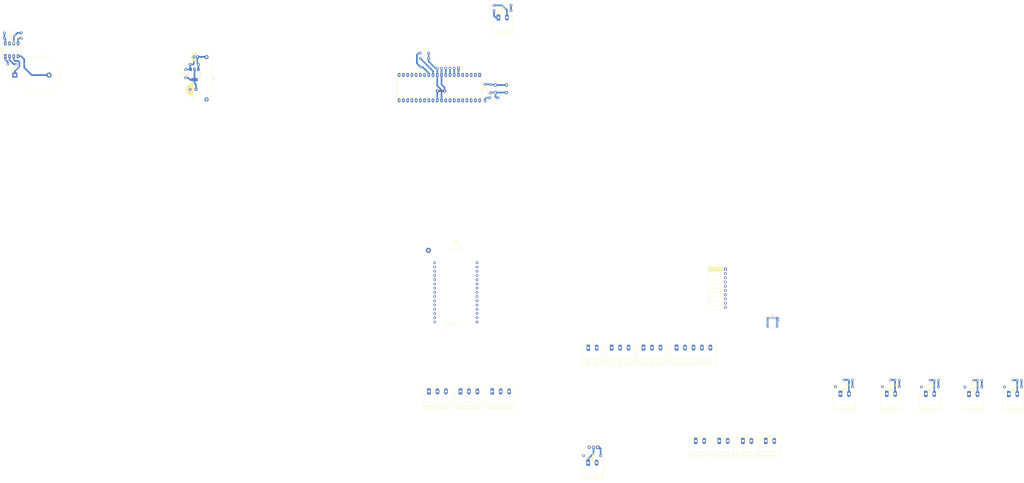
<source format=kicad_pcb>
(kicad_pcb (version 20171130) (host pcbnew "(5.1.6)-1")
  (layers (0 F.Cu signal) (31 B.Cu signal) (34 B.Paste user) (35 F.Paste user) (36 B.SilkS user) (37 F.SilkS user) (38 B.Mask user) (39 F.Mask user) (44 Edge.Cuts user))
  (net 0 "")
  (net 1 /GND)
  (net 2 "Net-(BT1-Pad1)")
  (net 3 "Net-(C3-Pad1)")
  (net 4 "Net-(C5-Pad1)")
  (net 5 "Net-(C6-Pad1)")
  (net 6 /RST)
  (net 7 /5V)
  (net 8 /3.3V)
  (net 9 /TX_LCD)
  (net 10 /RX_LCD)
  (net 11 /RX_BMS)
  (net 12 /TX_BMS)
  (net 13 /u1)
  (net 14 /v1)
  (net 15 /w1)
  (net 16 /w2)
  (net 17 /v2)
  (net 18 /u2)
  (net 19 /SCL)
  (net 20 /SDA)
  (net 21 "Net-(J5-Pad5)")
  (net 22 /ALRT)
  (net 23 /BMS_Current)
  (net 24 "Net-(J5-Pad8)")
  (net 25 "Net-(J5-Pad9)")
  (net 26 "Net-(J5-Pad10)")
  (net 27 /OUT_PUMP)
  (net 28 /12V)
  (net 29 "Net-(J7-Pad1)")
  (net 30 /ESC1_Current)
  (net 31 /ESC2_Current)
  (net 32 /MOSI)
  (net 33 /MISO)
  (net 34 /SCK)
  (net 35 /BOOT)
  (net 36 "Net-(Q1-Pad1)")
  (net 37 "Net-(R1-Pad1)")
  (net 38 "Net-(R2-Pad1)")
  (net 39 "Net-(R5-Pad1)")
  (net 40 "Net-(R6-Pad1)")
  (net 41 "Net-(R7-Pad1)")
  (net 42 /PUMP)
  (net 43 /V_Sensing)
  (net 44 /Bat_Temp)
  (net 45 /M1_Temp)
  (net 46 /ESC1_Temp)
  (net 47 /M2_Temp)
  (net 48 /ESC2_Temp)
  (net 49 /P1)
  (net 50 /P2)
  (net 51 "Net-(U1-Pad5)")
  (net 52 "Net-(U1-Pad7)")
  (net 53 "Net-(U1-Pad8)")
  (net 54 "Net-(U1-Pad9)")
  (net 55 "Net-(U1-Pad10)")
  (net 56 "Net-(U1-Pad11)")
  (net 57 "Net-(U1-Pad12)")
  (net 58 "Net-(U1-Pad13)")
  (net 59 "Net-(U1-Pad17)")
  (net 60 "Net-(U1-Pad18)")
  (net 61 "Net-(U3-Pad32)")
  (net 62 /RX-MCU)
  (net 63 /TX_MCU)
  (net 64 /EN_ESP32)
  (net 65 "Net-(U25-Pad1)")
  (net 66 "Net-(U25-Pad2)")
  (net 67 "Net-(U25-Pad7)")
  (net 68 "Net-(U26-Pad1)")
  (net 69 "Net-(U26-Pad3)")
  (net 70 "Net-(U26-Pad4)")
  (net 71 "Net-(U26-Pad5)")
  (net 72 "Net-(U26-Pad6)")
  (net 73 "Net-(U26-Pad7)")
  (net 74 "Net-(U26-Pad8)")
  (net 75 "Net-(U26-Pad9)")
  (net 76 "Net-(U26-Pad10)")
  (net 77 "Net-(U26-Pad11)")
  (net 78 "Net-(U26-Pad14)")
  (net 79 "Net-(U26-Pad15)")
  (net 80 "Net-(U26-Pad18)")
  (net 81 "Net-(U26-Pad19)")
  (net 82 "Net-(U26-Pad20)")
  (net 83 "Net-(U26-Pad21)")
  (net 84 "Net-(U26-Pad22)")
  (net 85 "Net-(U26-Pad23)")
  (net 86 "Net-(U26-Pad24)")
  (net 87 "Net-(U26-Pad25)")
  (net 88 "Net-(U26-Pad26)")
  (net 89 "Net-(U26-Pad27)")
  (net 90 "Net-(U26-Pad28)")
  (net 91 "Net-(U26-Pad29)")
  (module Resistor_THT:R_Axial_DIN0207_L6.3mm_D2.5mm_P10.16mm_Horizontal (layer F.Cu) (at 582.9046 144.5514 180)
    (fp_text reference R5 (at 5.08 -2.37) (layer F.SilkS))
    (fp_text value 1K)
    (pad 2 thru_hole oval (at 10.16 0 180) (size 1.6 1.6) (drill 0.8) (layers *.Cu *.Mask) (net 1 /GND))
    (pad 1 thru_hole circle (at 0 0 180) (size 1.6 1.6) (drill 0.8) (layers *.Cu *.Mask) (net 39 "Net-(R5-Pad1)"))
  )
  (module Battery:BatteryHolder_Keystone_103_1x20mm (layer F.Cu) (at 52.41798 -42.60342)
    (fp_text reference BT1 (at 0 -4.3) (layer F.SilkS))
    (fp_text value Battery_Cell)
    (fp_text user + (at 2.75 0) (layer F.SilkS) (effects (font (size 1.5 1.5))))
    (pad 2 thru_hole circle (at 20.49 0) (size 3 3) (drill 1.5) (layers *.Cu *.Mask) (net 1 /GND))
    (pad 1 thru_hole rect (at 0 0) (size 3 3) (drill 1.5) (layers *.Cu *.Mask) (net 2 "Net-(BT1-Pad1)"))
  )
  (module Capacitor_THT:C_Disc_D7.0mm_W2.5mm_P5.00mm (layer F.Cu) (at 162.52698 -48.97882 180)
    (fp_text reference C3 (at 2.5 -2.5) (layer F.SilkS))
    (fp_text value 334)
    (pad 2 thru_hole circle (at 5 0 180) (size 1.6 1.6) (drill 0.8) (layers *.Cu *.Mask) (net 1 /GND))
    (pad 1 thru_hole circle (at 0 0 180) (size 1.6 1.6) (drill 0.8) (layers *.Cu *.Mask) (net 3 "Net-(C3-Pad1)"))
  )
  (module Capacitor_THT:CP_Radial_D5.0mm_P2.00mm (layer F.Cu) (at 161.89198 -53.55082 180)
    (fp_text reference C4 (at 1 -3.75) (layer F.SilkS))
    (fp_text value 10UF)
    (pad 1 thru_hole rect (at 0 0 180) (size 1.6 1.6) (drill 0.8) (layers *.Cu *.Mask) (net 3 "Net-(C3-Pad1)"))
    (pad 2 thru_hole circle (at 2 0 180) (size 1.6 1.6) (drill 0.8) (layers *.Cu *.Mask) (net 1 /GND))
  )
  (module Capacitor_THT:C_Disc_D7.0mm_W2.5mm_P5.00mm (layer F.Cu) (at 295.6052 -52.6288)
    (fp_text reference C5 (at 2.5 -2.5) (layer F.SilkS))
    (fp_text value 22P)
    (pad 1 thru_hole circle (at 0 0) (size 1.6 1.6) (drill 0.8) (layers *.Cu *.Mask) (net 4 "Net-(C5-Pad1)"))
    (pad 2 thru_hole circle (at 5 0) (size 1.6 1.6) (drill 0.8) (layers *.Cu *.Mask) (net 1 /GND))
  )
  (module Capacitor_THT:C_Disc_D7.0mm_W2.5mm_P5.00mm (layer F.Cu) (at 295.5798 -55.7784)
    (fp_text reference C6 (at 2.5 -2.5) (layer F.SilkS))
    (fp_text value 22P)
    (pad 1 thru_hole circle (at 0 0) (size 1.6 1.6) (drill 0.8) (layers *.Cu *.Mask) (net 5 "Net-(C6-Pad1)"))
    (pad 2 thru_hole circle (at 5 0) (size 1.6 1.6) (drill 0.8) (layers *.Cu *.Mask) (net 1 /GND))
  )
  (module Capacitor_THT:C_Disc_D7.0mm_W2.5mm_P5.00mm (layer F.Cu) (at 337.54568 -31.88334 90)
    (fp_text reference C7 (at 2.5 -2.5 90) (layer F.SilkS))
    (fp_text value 104)
    (pad 2 thru_hole circle (at 5 0 90) (size 1.6 1.6) (drill 0.8) (layers *.Cu *.Mask) (net 6 /RST))
    (pad 1 thru_hole circle (at 0 0 90) (size 1.6 1.6) (drill 0.8) (layers *.Cu *.Mask) (net 1 /GND))
  )
  (module Capacitor_THT:C_Disc_D7.0mm_W2.5mm_P5.00mm (layer F.Cu) (at 337.29168 -29.02204)
    (fp_text reference C8 (at 2.5 -2.5) (layer F.SilkS))
    (fp_text value 0.1UF)
    (pad 2 thru_hole circle (at 5 0) (size 1.6 1.6) (drill 0.8) (layers *.Cu *.Mask) (net 1 /GND))
    (pad 1 thru_hole circle (at 0 0) (size 1.6 1.6) (drill 0.8) (layers *.Cu *.Mask) (net 7 /5V))
  )
  (module Capacitor_THT:CP_Radial_D8.0mm_P3.50mm (layer F.Cu) (at 161.05378 -33.96742 180)
    (fp_text reference C9 (at 1.75 -5.25) (layer F.SilkS))
    (fp_text value 100UF)
    (pad 1 thru_hole rect (at 0 0 180) (size 1.6 1.6) (drill 0.8) (layers *.Cu *.Mask) (net 8 /3.3V))
    (pad 2 thru_hole circle (at 3.5 0 180) (size 1.6 1.6) (drill 0.8) (layers *.Cu *.Mask) (net 1 /GND))
  )
  (module Capacitor_THT:C_Disc_D7.0mm_W2.5mm_P5.00mm (layer F.Cu) (at 154.85618 -41.00322 90)
    (fp_text reference C10 (at 2.5 -2.5 90) (layer F.SilkS))
    (fp_text value 104)
    (pad 1 thru_hole circle (at 0 0 90) (size 1.6 1.6) (drill 0.8) (layers *.Cu *.Mask) (net 8 /3.3V))
    (pad 2 thru_hole circle (at 5 0 90) (size 1.6 1.6) (drill 0.8) (layers *.Cu *.Mask) (net 1 /GND))
  )
  (module Connector_Phoenix_MSTB:PhoenixContact_MSTBA_2,5_5-G-5,08_1x05_P5.08mm_Horizontal (layer F.Cu) (at 449.2752 121.0056)
    (fp_text reference J1 (at 10.16 -3.2) (layer F.SilkS))
    (fp_text value LCD)
    (pad 1 thru_hole roundrect (at 0 0) (size 2.08 3.6) (drill 1.4) (layers *.Cu *.Mask) (roundrect_rratio 0.120192) (net 7 /5V))
    (pad 2 thru_hole oval (at 5.08 0) (size 2.08 3.6) (drill 1.4) (layers *.Cu *.Mask) (net 9 /TX_LCD))
    (pad 3 thru_hole oval (at 10.16 0) (size 2.08 3.6) (drill 1.4) (layers *.Cu *.Mask) (net 10 /RX_LCD))
    (pad 4 thru_hole oval (at 15.24 0) (size 2.08 3.6) (drill 1.4) (layers *.Cu *.Mask) (net 1 /GND))
    (pad 5 thru_hole oval (at 20.32 0) (size 2.08 3.6) (drill 1.4) (layers *.Cu *.Mask))
  )
  (module Connector_Phoenix_MSTB:PhoenixContact_MSTBA_2,5_2-G-5,08_1x02_P5.08mm_Horizontal (layer F.Cu) (at 396.3162 121.1072)
    (fp_text reference J2 (at 2.54 -3.2) (layer F.SilkS))
    (fp_text value BMS)
    (pad 2 thru_hole oval (at 5.08 0) (size 2.08 3.6) (drill 1.4) (layers *.Cu *.Mask) (net 11 /RX_BMS))
    (pad 1 thru_hole roundrect (at 0 0) (size 2.08 3.6) (drill 1.4) (layers *.Cu *.Mask) (roundrect_rratio 0.120192) (net 12 /TX_BMS))
  )
  (module Connector_Phoenix_MSTB:PhoenixContact_MSTBA_2,5_3-G-5,08_1x03_P5.08mm_Horizontal (layer F.Cu) (at 429.485001 121.014001)
    (fp_text reference J3 (at 5.08 -3.2) (layer F.SilkS))
    (fp_text value ESC1)
    (pad 1 thru_hole roundrect (at 0 0) (size 2.08 3.6) (drill 1.4) (layers *.Cu *.Mask) (roundrect_rratio 0.120192) (net 13 /u1))
    (pad 2 thru_hole oval (at 5.08 0) (size 2.08 3.6) (drill 1.4) (layers *.Cu *.Mask) (net 14 /v1))
    (pad 3 thru_hole oval (at 10.16 0) (size 2.08 3.6) (drill 1.4) (layers *.Cu *.Mask) (net 15 /w1))
  )
  (module Connector_Phoenix_MSTB:PhoenixContact_MSTBA_2,5_3-G-5,08_1x03_P5.08mm_Horizontal (layer F.Cu) (at 410.3624 121.031)
    (fp_text reference J4 (at 5.08 -3.2) (layer F.SilkS))
    (fp_text value ESC2)
    (pad 3 thru_hole oval (at 10.16 0) (size 2.08 3.6) (drill 1.4) (layers *.Cu *.Mask) (net 16 /w2))
    (pad 2 thru_hole oval (at 5.08 0) (size 2.08 3.6) (drill 1.4) (layers *.Cu *.Mask) (net 17 /v2))
    (pad 1 thru_hole roundrect (at 0 0) (size 2.08 3.6) (drill 1.4) (layers *.Cu *.Mask) (roundrect_rratio 0.120192) (net 18 /u2))
  )
  (module Connector_PinSocket_2.54mm:PinSocket_1x10_P2.54mm_Horizontal (layer F.Cu) (at 478.5614 73.9902)
    (fp_text reference J5 (at -4.38 -2.77) (layer F.SilkS))
    (fp_text value ADC_Module)
    (pad 1 thru_hole rect (at 0 0) (size 1.7 1.7) (drill 1) (layers *.Cu *.Mask) (net 7 /5V))
    (pad 2 thru_hole oval (at 0 2.54) (size 1.7 1.7) (drill 1) (layers *.Cu *.Mask) (net 1 /GND))
    (pad 3 thru_hole oval (at 0 5.08) (size 1.7 1.7) (drill 1) (layers *.Cu *.Mask) (net 19 /SCL))
    (pad 4 thru_hole oval (at 0 7.62) (size 1.7 1.7) (drill 1) (layers *.Cu *.Mask) (net 20 /SDA))
    (pad 5 thru_hole oval (at 0 10.16) (size 1.7 1.7) (drill 1) (layers *.Cu *.Mask) (net 21 "Net-(J5-Pad5)"))
    (pad 6 thru_hole oval (at 0 12.7) (size 1.7 1.7) (drill 1) (layers *.Cu *.Mask) (net 22 /ALRT))
    (pad 7 thru_hole oval (at 0 15.24) (size 1.7 1.7) (drill 1) (layers *.Cu *.Mask) (net 23 /BMS_Current))
    (pad 8 thru_hole oval (at 0 17.78) (size 1.7 1.7) (drill 1) (layers *.Cu *.Mask) (net 24 "Net-(J5-Pad8)"))
    (pad 9 thru_hole oval (at 0 20.32) (size 1.7 1.7) (drill 1) (layers *.Cu *.Mask) (net 25 "Net-(J5-Pad9)"))
    (pad 10 thru_hole oval (at 0 22.86) (size 1.7 1.7) (drill 1) (layers *.Cu *.Mask) (net 26 "Net-(J5-Pad10)"))
  )
  (module Connector_Phoenix_MSTB:PhoenixContact_MSTBA_2,5_2-G-5,08_1x02_P5.08mm_Horizontal (layer F.Cu) (at 396.24 190.119)
    (fp_text reference J6 (at 2.54 -3.2) (layer F.SilkS))
    (fp_text value PUMP)
    (pad 1 thru_hole roundrect (at 0 0) (size 2.08 3.6) (drill 1.4) (layers *.Cu *.Mask) (roundrect_rratio 0.120192) (net 27 /OUT_PUMP))
    (pad 2 thru_hole oval (at 5.08 0) (size 2.08 3.6) (drill 1.4) (layers *.Cu *.Mask) (net 28 /12V))
  )
  (module Connector_Phoenix_MSTB:PhoenixContact_MSTBA_2,5_2-G-5,08_1x02_P5.08mm_Horizontal (layer F.Cu) (at 342.45042 -77.14742)
    (fp_text reference J7 (at 2.54 -3.2) (layer F.SilkS))
    (fp_text value Battery)
    (pad 1 thru_hole roundrect (at 0 0) (size 2.08 3.6) (drill 1.4) (layers *.Cu *.Mask) (roundrect_rratio 0.120192) (net 29 "Net-(J7-Pad1)"))
    (pad 2 thru_hole oval (at 5.08 0) (size 2.08 3.6) (drill 1.4) (layers *.Cu *.Mask) (net 1 /GND))
  )
  (module Connector_Phoenix_MSTB:PhoenixContact_MSTBA_2,5_3-G-5,08_1x03_P5.08mm_Horizontal (layer F.Cu) (at 300.8122 147.32)
    (fp_text reference J8 (at 5.08 -3.2) (layer F.SilkS))
    (fp_text value Current_BMS)
    (pad 1 thru_hole roundrect (at 0 0) (size 2.08 3.6) (drill 1.4) (layers *.Cu *.Mask) (roundrect_rratio 0.120192) (net 7 /5V))
    (pad 2 thru_hole oval (at 5.08 0) (size 2.08 3.6) (drill 1.4) (layers *.Cu *.Mask) (net 23 /BMS_Current))
    (pad 3 thru_hole oval (at 10.16 0) (size 2.08 3.6) (drill 1.4) (layers *.Cu *.Mask) (net 1 /GND))
  )
  (module Connector_Phoenix_MSTB:PhoenixContact_MSTBA_2,5_3-G-5,08_1x03_P5.08mm_Horizontal (layer F.Cu) (at 319.6844 147.32)
    (fp_text reference J9 (at 5.08 -3.2) (layer F.SilkS))
    (fp_text value Current_ESC1)
    (pad 3 thru_hole oval (at 10.16 0) (size 2.08 3.6) (drill 1.4) (layers *.Cu *.Mask) (net 1 /GND))
    (pad 2 thru_hole oval (at 5.08 0) (size 2.08 3.6) (drill 1.4) (layers *.Cu *.Mask) (net 30 /ESC1_Current))
    (pad 1 thru_hole roundrect (at 0 0) (size 2.08 3.6) (drill 1.4) (layers *.Cu *.Mask) (roundrect_rratio 0.120192) (net 7 /5V))
  )
  (module Connector_Phoenix_MSTB:PhoenixContact_MSTBA_2,5_3-G-5,08_1x03_P5.08mm_Horizontal (layer F.Cu) (at 338.7344 147.32)
    (fp_text reference J10 (at 5.08 -3.2) (layer F.SilkS))
    (fp_text value Current_ESC2)
    (pad 1 thru_hole roundrect (at 0 0) (size 2.08 3.6) (drill 1.4) (layers *.Cu *.Mask) (roundrect_rratio 0.120192) (net 7 /5V))
    (pad 2 thru_hole oval (at 5.08 0) (size 2.08 3.6) (drill 1.4) (layers *.Cu *.Mask) (net 31 /ESC2_Current))
    (pad 3 thru_hole oval (at 10.16 0) (size 2.08 3.6) (drill 1.4) (layers *.Cu *.Mask) (net 1 /GND))
  )
  (module Connector_PinHeader_2.54mm:PinHeader_1x06_P2.54mm_Vertical (layer F.Cu) (at 318.516 -46.7106 270)
    (fp_text reference J40 (at 0 -2.33 90) (layer F.SilkS))
    (fp_text value "SPI(ISP)")
    (pad 1 thru_hole rect (at 0 0 270) (size 1.7 1.7) (drill 1) (layers *.Cu *.Mask) (net 32 /MOSI))
    (pad 2 thru_hole oval (at 0 2.54 270) (size 1.7 1.7) (drill 1) (layers *.Cu *.Mask) (net 33 /MISO))
    (pad 3 thru_hole oval (at 0 5.08 270) (size 1.7 1.7) (drill 1) (layers *.Cu *.Mask) (net 34 /SCK))
    (pad 4 thru_hole oval (at 0 7.62 270) (size 1.7 1.7) (drill 1) (layers *.Cu *.Mask) (net 6 /RST))
    (pad 5 thru_hole oval (at 0 10.16 270) (size 1.7 1.7) (drill 1) (layers *.Cu *.Mask) (net 7 /5V))
    (pad 6 thru_hole oval (at 0 12.7 270) (size 1.7 1.7) (drill 1) (layers *.Cu *.Mask) (net 1 /GND))
  )
  (module TestPoint:TestPoint_Loop_D2.54mm_Drill1.5mm_Beaded (layer F.Cu) (at 300.482 62.611)
    (fp_text reference J49 (at 0.7 2.5) (layer F.SilkS))
    (fp_text value BOOT_Pad)
    (pad 1 thru_hole circle (at 0 0) (size 3 3) (drill 1.5) (layers *.Cu *.Mask) (net 35 /BOOT))
  )
  (module Package_TO_SOT_THT:TO-220-3_Vertical (layer F.Cu) (at 402.0312 180.9242 180)
    (fp_text reference Q1 (at 2.54 -4.27) (layer F.SilkS))
    (fp_text value TIP41)
    (pad 1 thru_hole rect (at 0 0 180) (size 1.905 2) (drill 1.1) (layers *.Cu *.Mask) (net 36 "Net-(Q1-Pad1)"))
    (pad 2 thru_hole oval (at 2.54 0 180) (size 1.905 2) (drill 1.1) (layers *.Cu *.Mask) (net 27 /OUT_PUMP))
    (pad 3 thru_hole oval (at 5.08 0 180) (size 1.905 2) (drill 1.1) (layers *.Cu *.Mask) (net 1 /GND))
  )
  (module Resistor_THT:R_Axial_DIN0207_L6.3mm_D2.5mm_P10.16mm_Horizontal (layer F.Cu) (at 554.7868 144.526 180)
    (fp_text reference R1 (at 5.08 -2.37) (layer F.SilkS))
    (fp_text value 1K)
    (pad 2 thru_hole oval (at 10.16 0 180) (size 1.6 1.6) (drill 0.8) (layers *.Cu *.Mask) (net 1 /GND))
    (pad 1 thru_hole circle (at 0 0 180) (size 1.6 1.6) (drill 0.8) (layers *.Cu *.Mask) (net 37 "Net-(R1-Pad1)"))
  )
  (module Resistor_THT:R_Axial_DIN0207_L6.3mm_D2.5mm_P10.16mm_Horizontal (layer F.Cu) (at 632.3838 144.7546 180)
    (fp_text reference R2 (at 5.08 -2.37) (layer F.SilkS))
    (fp_text value 1K)
    (pad 1 thru_hole circle (at 0 0 180) (size 1.6 1.6) (drill 0.8) (layers *.Cu *.Mask) (net 38 "Net-(R2-Pad1)"))
    (pad 2 thru_hole oval (at 10.16 0 180) (size 1.6 1.6) (drill 0.8) (layers *.Cu *.Mask) (net 1 /GND))
  )
  (module Resistor_THT:R_Axial_Power_L20.0mm_W6.4mm_P25.40mm (layer F.Cu) (at 167.40378 -53.34762 270)
    (fp_text reference R3 (at 12.7 -4.32 90) (layer F.SilkS))
    (fp_text value 10/3W)
    (pad 1 thru_hole circle (at 0 0 270) (size 2.4 2.4) (drill 1.2) (layers *.Cu *.Mask) (net 3 "Net-(C3-Pad1)"))
    (pad 2 thru_hole oval (at 25.4 0 270) (size 2.4 2.4) (drill 1.2) (layers *.Cu *.Mask) (net 28 /12V))
  )
  (module Resistor_THT:R_Axial_DIN0207_L6.3mm_D2.5mm_P10.16mm_Horizontal (layer F.Cu) (at 334.4164 -37.084 270)
    (fp_text reference R4 (at 5.08 -2.37 90) (layer F.SilkS))
    (fp_text value 10K)
    (pad 2 thru_hole oval (at 10.16 0 270) (size 1.6 1.6) (drill 0.8) (layers *.Cu *.Mask) (net 7 /5V))
    (pad 1 thru_hole circle (at 0 0 270) (size 1.6 1.6) (drill 0.8) (layers *.Cu *.Mask) (net 6 /RST))
  )
  (module Resistor_THT:R_Axial_DIN0207_L6.3mm_D2.5mm_P10.16mm_Horizontal (layer F.Cu) (at 656.1582 144.6784 180)
    (fp_text reference R6 (at 5.08 -2.37) (layer F.SilkS))
    (fp_text value 1K)
    (pad 1 thru_hole circle (at 0 0 180) (size 1.6 1.6) (drill 0.8) (layers *.Cu *.Mask) (net 40 "Net-(R6-Pad1)"))
    (pad 2 thru_hole oval (at 10.16 0 180) (size 1.6 1.6) (drill 0.8) (layers *.Cu *.Mask) (net 1 /GND))
  )
  (module Resistor_THT:R_Axial_DIN0207_L6.3mm_D2.5mm_P10.16mm_Horizontal (layer F.Cu) (at 606.3234 144.6276 180)
    (fp_text reference R7 (at 5.08 -2.37) (layer F.SilkS))
    (fp_text value 1K)
    (pad 2 thru_hole oval (at 10.16 0 180) (size 1.6 1.6) (drill 0.8) (layers *.Cu *.Mask) (net 1 /GND))
    (pad 1 thru_hole circle (at 0 0 180) (size 1.6 1.6) (drill 0.8) (layers *.Cu *.Mask) (net 41 "Net-(R7-Pad1)"))
  )
  (module Resistor_THT:R_Axial_DIN0207_L6.3mm_D2.5mm_P10.16mm_Horizontal (layer F.Cu) (at 403.733 185.9788 180)
    (fp_text reference R8 (at 5.08 -2.37) (layer F.SilkS))
    (fp_text value 1K)
    (pad 1 thru_hole circle (at 0 0 180) (size 1.6 1.6) (drill 0.8) (layers *.Cu *.Mask) (net 36 "Net-(Q1-Pad1)"))
    (pad 2 thru_hole oval (at 10.16 0 180) (size 1.6 1.6) (drill 0.8) (layers *.Cu *.Mask) (net 42 /PUMP))
  )
  (module Resistor_THT:R_Axial_DIN0207_L6.3mm_D2.5mm_P10.16mm_Horizontal (layer F.Cu) (at 339.83422 -81.31302)
    (fp_text reference R9 (at 5.08 -2.37) (layer F.SilkS))
    (fp_text value 19K)
    (pad 1 thru_hole circle (at 0 0) (size 1.6 1.6) (drill 0.8) (layers *.Cu *.Mask) (net 29 "Net-(J7-Pad1)"))
    (pad 2 thru_hole oval (at 10.16 0) (size 1.6 1.6) (drill 0.8) (layers *.Cu *.Mask) (net 43 /V_Sensing))
  )
  (module Resistor_THT:R_Axial_DIN0207_L6.3mm_D2.5mm_P10.16mm_Horizontal (layer F.Cu) (at 349.99422 -84.46262 180)
    (fp_text reference R10 (at 5.08 -2.37) (layer F.SilkS))
    (fp_text value 1K)
    (pad 1 thru_hole circle (at 0 0 180) (size 1.6 1.6) (drill 0.8) (layers *.Cu *.Mask) (net 43 /V_Sensing))
    (pad 2 thru_hole oval (at 10.16 0 180) (size 1.6 1.6) (drill 0.8) (layers *.Cu *.Mask) (net 1 /GND))
  )
  (module Resistor_THT:R_Axial_DIN0207_L6.3mm_D2.5mm_P10.16mm_Horizontal (layer F.Cu) (at 56.32958 -67.90182 180)
    (fp_text reference R57 (at 5.08 -2.37) (layer F.SilkS))
    (fp_text value 10K)
    (pad 2 thru_hole oval (at 10.16 0 180) (size 1.6 1.6) (drill 0.8) (layers *.Cu *.Mask) (net 7 /5V))
    (pad 1 thru_hole circle (at 0 0 180) (size 1.6 1.6) (drill 0.8) (layers *.Cu *.Mask) (net 19 /SCL))
  )
  (module Resistor_THT:R_Axial_DIN0207_L6.3mm_D2.5mm_P10.16mm_Horizontal (layer F.Cu) (at 56.32958 -64.72682 180)
    (fp_text reference R58 (at 5.08 -2.37) (layer F.SilkS))
    (fp_text value 10K)
    (pad 1 thru_hole circle (at 0 0 180) (size 1.6 1.6) (drill 0.8) (layers *.Cu *.Mask) (net 20 /SDA))
    (pad 2 thru_hole oval (at 10.16 0 180) (size 1.6 1.6) (drill 0.8) (layers *.Cu *.Mask) (net 7 /5V))
  )
  (module Potentiometer_THT:Potentiometer_Bourns_3266Y_Vertical (layer F.Cu) (at 549.656 140.3604 180)
    (fp_text reference RV1 (at -2.54 -3.41) (layer F.SilkS))
    (fp_text value Battery_POT)
    (pad 1 thru_hole circle (at 0 0 180) (size 1.44 1.44) (drill 0.8) (layers *.Cu *.Mask) (net 44 /Bat_Temp))
    (pad 2 thru_hole circle (at -2.54 0 180) (size 1.44 1.44) (drill 0.8) (layers *.Cu *.Mask) (net 44 /Bat_Temp))
    (pad 3 thru_hole circle (at -5.08 0 180) (size 1.44 1.44) (drill 0.8) (layers *.Cu *.Mask) (net 37 "Net-(R1-Pad1)"))
  )
  (module Potentiometer_THT:Potentiometer_Bourns_3266Y_Vertical (layer F.Cu) (at 627.3038 140.589 180)
    (fp_text reference RV2 (at -2.54 -3.41) (layer F.SilkS))
    (fp_text value M1_POT)
    (pad 1 thru_hole circle (at 0 0 180) (size 1.44 1.44) (drill 0.8) (layers *.Cu *.Mask) (net 45 /M1_Temp))
    (pad 2 thru_hole circle (at -2.54 0 180) (size 1.44 1.44) (drill 0.8) (layers *.Cu *.Mask) (net 45 /M1_Temp))
    (pad 3 thru_hole circle (at -5.08 0 180) (size 1.44 1.44) (drill 0.8) (layers *.Cu *.Mask) (net 38 "Net-(R2-Pad1)"))
  )
  (module Potentiometer_THT:Potentiometer_Bourns_3266Y_Vertical (layer F.Cu) (at 577.7738 140.4366 180)
    (fp_text reference RV3 (at -2.54 -3.41) (layer F.SilkS))
    (fp_text value ESC1_POT)
    (pad 1 thru_hole circle (at 0 0 180) (size 1.44 1.44) (drill 0.8) (layers *.Cu *.Mask) (net 46 /ESC1_Temp))
    (pad 2 thru_hole circle (at -2.54 0 180) (size 1.44 1.44) (drill 0.8) (layers *.Cu *.Mask) (net 46 /ESC1_Temp))
    (pad 3 thru_hole circle (at -5.08 0 180) (size 1.44 1.44) (drill 0.8) (layers *.Cu *.Mask) (net 39 "Net-(R5-Pad1)"))
  )
  (module Potentiometer_THT:Potentiometer_Bourns_3266Y_Vertical (layer F.Cu) (at 651.0528 140.5636 180)
    (fp_text reference RV4 (at -2.54 -3.41) (layer F.SilkS))
    (fp_text value M2_POT)
    (pad 3 thru_hole circle (at -5.08 0 180) (size 1.44 1.44) (drill 0.8) (layers *.Cu *.Mask) (net 40 "Net-(R6-Pad1)"))
    (pad 2 thru_hole circle (at -2.54 0 180) (size 1.44 1.44) (drill 0.8) (layers *.Cu *.Mask) (net 47 /M2_Temp))
    (pad 1 thru_hole circle (at 0 0 180) (size 1.44 1.44) (drill 0.8) (layers *.Cu *.Mask) (net 47 /M2_Temp))
  )
  (module Potentiometer_THT:Potentiometer_Bourns_3266Y_Vertical (layer F.Cu) (at 601.2434 140.5382 180)
    (fp_text reference RV5 (at -2.54 -3.41) (layer F.SilkS))
    (fp_text value ESC2_POT)
    (pad 3 thru_hole circle (at -5.08 0 180) (size 1.44 1.44) (drill 0.8) (layers *.Cu *.Mask) (net 41 "Net-(R7-Pad1)"))
    (pad 2 thru_hole circle (at -2.54 0 180) (size 1.44 1.44) (drill 0.8) (layers *.Cu *.Mask) (net 48 /ESC2_Temp))
    (pad 1 thru_hole circle (at 0 0 180) (size 1.44 1.44) (drill 0.8) (layers *.Cu *.Mask) (net 48 /ESC2_Temp))
  )
  (module Button_Switch_THT:SW_PUSH_6mm_H7.3mm (layer F.Cu) (at 347.22322 -32.12934 180)
    (fp_text reference SW1 (at 3.25 -2) (layer F.SilkS))
    (fp_text value SW_Push)
    (pad 2 thru_hole circle (at 0 4.5 270) (size 2 2) (drill 1.1) (layers *.Cu *.Mask) (net 6 /RST))
    (pad 1 thru_hole circle (at 0 0 270) (size 2 2) (drill 1.1) (layers *.Cu *.Mask) (net 1 /GND))
    (pad 2 thru_hole circle (at 6.5 4.5 270) (size 2 2) (drill 1.1) (layers *.Cu *.Mask) (net 6 /RST))
    (pad 1 thru_hole circle (at 6.5 0 270) (size 2 2) (drill 1.1) (layers *.Cu *.Mask) (net 1 /GND))
  )
  (module Connector_Phoenix_MSTB:PhoenixContact_MSTBA_2,5_2-G-5,08_1x02_P5.08mm_Horizontal (layer F.Cu) (at 460.7814 177.0126)
    (fp_text reference SW2 (at 2.54 -3.2) (layer F.SilkS))
    (fp_text value P1)
    (pad 1 thru_hole roundrect (at 0 0) (size 2.08 3.6) (drill 1.4) (layers *.Cu *.Mask) (roundrect_rratio 0.120192) (net 49 /P1))
    (pad 2 thru_hole oval (at 5.08 0) (size 2.08 3.6) (drill 1.4) (layers *.Cu *.Mask) (net 1 /GND))
  )
  (module Connector_Phoenix_MSTB:PhoenixContact_MSTBA_2,5_2-G-5,08_1x02_P5.08mm_Horizontal (layer F.Cu) (at 489.077 177.038)
    (fp_text reference SW3 (at 2.54 -3.2) (layer F.SilkS))
    (fp_text value P3)
    (pad 2 thru_hole oval (at 5.08 0) (size 2.08 3.6) (drill 1.4) (layers *.Cu *.Mask) (net 1 /GND))
    (pad 1 thru_hole roundrect (at 0 0) (size 2.08 3.6) (drill 1.4) (layers *.Cu *.Mask) (roundrect_rratio 0.120192) (net 32 /MOSI))
  )
  (module Connector_Phoenix_MSTB:PhoenixContact_MSTBA_2,5_2-G-5,08_1x02_P5.08mm_Horizontal (layer F.Cu) (at 474.8784 177.038)
    (fp_text reference SW4 (at 2.54 -3.2) (layer F.SilkS))
    (fp_text value P2)
    (pad 1 thru_hole roundrect (at 0 0) (size 2.08 3.6) (drill 1.4) (layers *.Cu *.Mask) (roundrect_rratio 0.120192) (net 50 /P2))
    (pad 2 thru_hole oval (at 5.08 0) (size 2.08 3.6) (drill 1.4) (layers *.Cu *.Mask) (net 1 /GND))
  )
  (module Connector_Phoenix_MSTB:PhoenixContact_MSTBA_2,5_2-G-5,08_1x02_P5.08mm_Horizontal (layer F.Cu) (at 502.8184 177.038)
    (fp_text reference SW5 (at 2.54 -3.2) (layer F.SilkS))
    (fp_text value P4)
    (pad 2 thru_hole oval (at 5.08 0) (size 2.08 3.6) (drill 1.4) (layers *.Cu *.Mask) (net 1 /GND))
    (pad 1 thru_hole roundrect (at 0 0) (size 2.08 3.6) (drill 1.4) (layers *.Cu *.Mask) (roundrect_rratio 0.120192) (net 33 /MISO))
  )
  (module Connector_Phoenix_MSTB:PhoenixContact_MSTBA_2,5_2-G-5,08_1x02_P5.08mm_Horizontal (layer F.Cu) (at 547.5732 148.7678)
    (fp_text reference TH1 (at 2.54 -3.2) (layer F.SilkS))
    (fp_text value Thermistor_Battery)
    (pad 2 thru_hole oval (at 5.08 0) (size 2.08 3.6) (drill 1.4) (layers *.Cu *.Mask) (net 44 /Bat_Temp))
    (pad 1 thru_hole roundrect (at 0 0) (size 2.08 3.6) (drill 1.4) (layers *.Cu *.Mask) (roundrect_rratio 0.120192) (net 7 /5V))
  )
  (module Connector_Phoenix_MSTB:PhoenixContact_MSTBA_2,5_2-G-5,08_1x02_P5.08mm_Horizontal (layer F.Cu) (at 624.713 148.8948)
    (fp_text reference TH2 (at 2.54 -3.2) (layer F.SilkS))
    (fp_text value Thermistor_M1)
    (pad 1 thru_hole roundrect (at 0 0) (size 2.08 3.6) (drill 1.4) (layers *.Cu *.Mask) (roundrect_rratio 0.120192) (net 7 /5V))
    (pad 2 thru_hole oval (at 5.08 0) (size 2.08 3.6) (drill 1.4) (layers *.Cu *.Mask) (net 45 /M1_Temp))
  )
  (module Connector_Phoenix_MSTB:PhoenixContact_MSTBA_2,5_2-G-5,08_1x02_P5.08mm_Horizontal (layer F.Cu) (at 575.3608 148.7424)
    (fp_text reference TH3 (at 2.54 -3.2) (layer F.SilkS))
    (fp_text value Thermistor_ESC1)
    (pad 1 thru_hole roundrect (at 0 0) (size 2.08 3.6) (drill 1.4) (layers *.Cu *.Mask) (roundrect_rratio 0.120192) (net 7 /5V))
    (pad 2 thru_hole oval (at 5.08 0) (size 2.08 3.6) (drill 1.4) (layers *.Cu *.Mask) (net 46 /ESC1_Temp))
  )
  (module Connector_Phoenix_MSTB:PhoenixContact_MSTBA_2,5_2-G-5,08_1x02_P5.08mm_Horizontal (layer F.Cu) (at 648.5382 148.844)
    (fp_text reference TH4 (at 2.54 -3.2) (layer F.SilkS))
    (fp_text value Thermistor_M2)
    (pad 2 thru_hole oval (at 5.08 0) (size 2.08 3.6) (drill 1.4) (layers *.Cu *.Mask) (net 47 /M2_Temp))
    (pad 1 thru_hole roundrect (at 0 0) (size 2.08 3.6) (drill 1.4) (layers *.Cu *.Mask) (roundrect_rratio 0.120192) (net 7 /5V))
  )
  (module Connector_Phoenix_MSTB:PhoenixContact_MSTBA_2,5_2-G-5,08_1x02_P5.08mm_Horizontal (layer F.Cu) (at 598.7796 148.7678)
    (fp_text reference TH5 (at 2.54 -3.2) (layer F.SilkS))
    (fp_text value Thermistor_ESC2)
    (pad 2 thru_hole oval (at 5.08 0) (size 2.08 3.6) (drill 1.4) (layers *.Cu *.Mask) (net 48 /ESC2_Temp))
    (pad 1 thru_hole roundrect (at 0 0) (size 2.08 3.6) (drill 1.4) (layers *.Cu *.Mask) (roundrect_rratio 0.120192) (net 7 /5V))
  )
  (module Package_SO:TSSOP-20_4.4x6.5mm_P0.65mm (layer B.Cu) (at 506.73 105.918 180)
    (fp_text reference U1 (at 0 4.2) (layer B.SilkS) (effects (justify mirror)))
    (fp_text value ADC_MCP3461R)
    (pad 1 smd roundrect (at -2.8625 2.925 180) (size 1.475 0.4) (layers B.Cu B.Paste B.Mask) (net 8 /3.3V))
    (pad 2 smd roundrect (at -2.8625 2.275 180) (size 1.475 0.4) (layers B.Cu B.Paste B.Mask) (net 1 /GND))
    (pad 3 smd roundrect (at -2.8625 1.625 180) (size 1.475 0.4) (layers B.Cu B.Paste B.Mask) (net 1 /GND))
    (pad 4 smd roundrect (at -2.8625 0.975 180) (size 1.475 0.4) (layers B.Cu B.Paste B.Mask) (net 8 /3.3V))
    (pad 5 smd roundrect (at -2.8625 0.325 180) (size 1.475 0.4) (layers B.Cu B.Paste B.Mask) (net 51 "Net-(U1-Pad5)"))
    (pad 6 smd roundrect (at -2.8625 -0.325 180) (size 1.475 0.4) (layers B.Cu B.Paste B.Mask) (net 23 /BMS_Current))
    (pad 7 smd roundrect (at -2.8625 -0.975 180) (size 1.475 0.4) (layers B.Cu B.Paste B.Mask) (net 52 "Net-(U1-Pad7)"))
    (pad 8 smd roundrect (at -2.8625 -1.625 180) (size 1.475 0.4) (layers B.Cu B.Paste B.Mask) (net 53 "Net-(U1-Pad8)"))
    (pad 9 smd roundrect (at -2.8625 -2.275 180) (size 1.475 0.4) (layers B.Cu B.Paste B.Mask) (net 54 "Net-(U1-Pad9)"))
    (pad 10 smd roundrect (at -2.8625 -2.925 180) (size 1.475 0.4) (layers B.Cu B.Paste B.Mask) (net 55 "Net-(U1-Pad10)"))
    (pad 11 smd roundrect (at 2.8625 -2.925 180) (size 1.475 0.4) (layers B.Cu B.Paste B.Mask) (net 56 "Net-(U1-Pad11)"))
    (pad 12 smd roundrect (at 2.8625 -2.275 180) (size 1.475 0.4) (layers B.Cu B.Paste B.Mask) (net 57 "Net-(U1-Pad12)"))
    (pad 13 smd roundrect (at 2.8625 -1.625 180) (size 1.475 0.4) (layers B.Cu B.Paste B.Mask) (net 58 "Net-(U1-Pad13)"))
    (pad 14 smd roundrect (at 2.8625 -0.975 180) (size 1.475 0.4) (layers B.Cu B.Paste B.Mask) (net 34 /SCK))
    (pad 15 smd roundrect (at 2.8625 -0.325 180) (size 1.475 0.4) (layers B.Cu B.Paste B.Mask) (net 33 /MISO))
    (pad 16 smd roundrect (at 2.8625 0.325 180) (size 1.475 0.4) (layers B.Cu B.Paste B.Mask) (net 32 /MOSI))
    (pad 17 smd roundrect (at 2.8625 0.975 180) (size 1.475 0.4) (layers B.Cu B.Paste B.Mask) (net 59 "Net-(U1-Pad17)"))
    (pad 18 smd roundrect (at 2.8625 1.625 180) (size 1.475 0.4) (layers B.Cu B.Paste B.Mask) (net 60 "Net-(U1-Pad18)"))
    (pad 19 smd roundrect (at 2.8625 2.275 180) (size 1.475 0.4) (layers B.Cu B.Paste B.Mask) (net 1 /GND))
    (pad 20 smd roundrect (at 2.8625 2.925 180) (size 1.475 0.4) (layers B.Cu B.Paste B.Mask) (net 8 /3.3V))
  )
  (module Package_TO_SOT_SMD:SOT-223-3_TabPin2 (layer B.Cu) (at 160.19018 -42.95902 270)
    (fp_text reference U2 (at 0.5334 4.6736 90) (layer B.SilkS) (effects (justify mirror)))
    (fp_text value AMS1117-3.3)
    (pad 2 smd rect (at 3.15 0 270) (size 2 3.8) (layers B.Cu B.Paste B.Mask) (net 8 /3.3V))
    (pad 2 smd rect (at -3.15 0 270) (size 2 1.5) (layers B.Cu B.Paste B.Mask) (net 8 /3.3V))
    (pad 3 smd rect (at -3.15 -2.3 270) (size 2 1.5) (layers B.Cu B.Paste B.Mask) (net 3 "Net-(C3-Pad1)"))
    (pad 1 smd rect (at -3.15 2.3 270) (size 2 1.5) (layers B.Cu B.Paste B.Mask) (net 1 /GND))
  )
  (module Package_DIP:DIP-40_W15.24mm_Socket_LongPads (layer F.Cu) (at 331.1906 -42.672 270)
    (fp_text reference U3 (at 7.62 -2.33 90) (layer F.SilkS))
    (fp_text value ATmega32-16PU)
    (pad 1 thru_hole rect (at 0 0 270) (size 2.4 1.6) (drill 0.8) (layers *.Cu *.Mask) (net 42 /PUMP))
    (pad 21 thru_hole oval (at 15.24 48.26 270) (size 2.4 1.6) (drill 0.8) (layers *.Cu *.Mask) (net 22 /ALRT))
    (pad 2 thru_hole oval (at 0 2.54 270) (size 2.4 1.6) (drill 0.8) (layers *.Cu *.Mask) (net 10 /RX_LCD))
    (pad 22 thru_hole oval (at 15.24 45.72 270) (size 2.4 1.6) (drill 0.8) (layers *.Cu *.Mask) (net 19 /SCL))
    (pad 3 thru_hole oval (at 0 5.08 270) (size 2.4 1.6) (drill 0.8) (layers *.Cu *.Mask) (net 9 /TX_LCD))
    (pad 23 thru_hole oval (at 15.24 43.18 270) (size 2.4 1.6) (drill 0.8) (layers *.Cu *.Mask) (net 20 /SDA))
    (pad 4 thru_hole oval (at 0 7.62 270) (size 2.4 1.6) (drill 0.8) (layers *.Cu *.Mask) (net 49 /P1))
    (pad 24 thru_hole oval (at 15.24 40.64 270) (size 2.4 1.6) (drill 0.8) (layers *.Cu *.Mask) (net 15 /w1))
    (pad 5 thru_hole oval (at 0 10.16 270) (size 2.4 1.6) (drill 0.8) (layers *.Cu *.Mask) (net 50 /P2))
    (pad 25 thru_hole oval (at 15.24 38.1 270) (size 2.4 1.6) (drill 0.8) (layers *.Cu *.Mask) (net 14 /v1))
    (pad 6 thru_hole oval (at 0 12.7 270) (size 2.4 1.6) (drill 0.8) (layers *.Cu *.Mask) (net 32 /MOSI))
    (pad 26 thru_hole oval (at 15.24 35.56 270) (size 2.4 1.6) (drill 0.8) (layers *.Cu *.Mask) (net 13 /u1))
    (pad 7 thru_hole oval (at 0 15.24 270) (size 2.4 1.6) (drill 0.8) (layers *.Cu *.Mask) (net 33 /MISO))
    (pad 27 thru_hole oval (at 15.24 33.02 270) (size 2.4 1.6) (drill 0.8) (layers *.Cu *.Mask) (net 16 /w2))
    (pad 8 thru_hole oval (at 0 17.78 270) (size 2.4 1.6) (drill 0.8) (layers *.Cu *.Mask) (net 34 /SCK))
    (pad 28 thru_hole oval (at 15.24 30.48 270) (size 2.4 1.6) (drill 0.8) (layers *.Cu *.Mask) (net 17 /v2))
    (pad 9 thru_hole oval (at 0 20.32 270) (size 2.4 1.6) (drill 0.8) (layers *.Cu *.Mask) (net 6 /RST))
    (pad 29 thru_hole oval (at 15.24 27.94 270) (size 2.4 1.6) (drill 0.8) (layers *.Cu *.Mask) (net 18 /u2))
    (pad 10 thru_hole oval (at 0 22.86 270) (size 2.4 1.6) (drill 0.8) (layers *.Cu *.Mask) (net 7 /5V))
    (pad 30 thru_hole oval (at 15.24 25.4 270) (size 2.4 1.6) (drill 0.8) (layers *.Cu *.Mask) (net 7 /5V))
    (pad 11 thru_hole oval (at 0 25.4 270) (size 2.4 1.6) (drill 0.8) (layers *.Cu *.Mask) (net 1 /GND))
    (pad 31 thru_hole oval (at 15.24 22.86 270) (size 2.4 1.6) (drill 0.8) (layers *.Cu *.Mask) (net 1 /GND))
    (pad 12 thru_hole oval (at 0 27.94 270) (size 2.4 1.6) (drill 0.8) (layers *.Cu *.Mask) (net 4 "Net-(C5-Pad1)"))
    (pad 32 thru_hole oval (at 15.24 20.32 270) (size 2.4 1.6) (drill 0.8) (layers *.Cu *.Mask) (net 61 "Net-(U3-Pad32)"))
    (pad 13 thru_hole oval (at 0 30.48 270) (size 2.4 1.6) (drill 0.8) (layers *.Cu *.Mask) (net 5 "Net-(C6-Pad1)"))
    (pad 33 thru_hole oval (at 15.24 17.78 270) (size 2.4 1.6) (drill 0.8) (layers *.Cu *.Mask) (net 43 /V_Sensing))
    (pad 14 thru_hole oval (at 0 33.02 270) (size 2.4 1.6) (drill 0.8) (layers *.Cu *.Mask) (net 62 /RX-MCU))
    (pad 34 thru_hole oval (at 15.24 15.24 270) (size 2.4 1.6) (drill 0.8) (layers *.Cu *.Mask) (net 31 /ESC2_Current))
    (pad 15 thru_hole oval (at 0 35.56 270) (size 2.4 1.6) (drill 0.8) (layers *.Cu *.Mask) (net 63 /TX_MCU))
    (pad 35 thru_hole oval (at 15.24 12.7 270) (size 2.4 1.6) (drill 0.8) (layers *.Cu *.Mask) (net 30 /ESC1_Current))
    (pad 16 thru_hole oval (at 0 38.1 270) (size 2.4 1.6) (drill 0.8) (layers *.Cu *.Mask) (net 11 /RX_BMS))
    (pad 36 thru_hole oval (at 15.24 10.16 270) (size 2.4 1.6) (drill 0.8) (layers *.Cu *.Mask) (net 47 /M2_Temp))
    (pad 17 thru_hole oval (at 0 40.64 270) (size 2.4 1.6) (drill 0.8) (layers *.Cu *.Mask) (net 12 /TX_BMS))
    (pad 37 thru_hole oval (at 15.24 7.62 270) (size 2.4 1.6) (drill 0.8) (layers *.Cu *.Mask) (net 45 /M1_Temp))
    (pad 18 thru_hole oval (at 0 43.18 270) (size 2.4 1.6) (drill 0.8) (layers *.Cu *.Mask) (net 42 /PUMP))
    (pad 38 thru_hole oval (at 15.24 5.08 270) (size 2.4 1.6) (drill 0.8) (layers *.Cu *.Mask) (net 48 /ESC2_Temp))
    (pad 19 thru_hole oval (at 0 45.72 270) (size 2.4 1.6) (drill 0.8) (layers *.Cu *.Mask) (net 35 /BOOT))
    (pad 39 thru_hole oval (at 15.24 2.54 270) (size 2.4 1.6) (drill 0.8) (layers *.Cu *.Mask) (net 46 /ESC1_Temp))
    (pad 20 thru_hole oval (at 0 48.26 270) (size 2.4 1.6) (drill 0.8) (layers *.Cu *.Mask) (net 64 /EN_ESP32))
    (pad 40 thru_hole oval (at 15.24 0 270) (size 2.4 1.6) (drill 0.8) (layers *.Cu *.Mask) (net 44 /Bat_Temp))
  )
  (module Package_DIP:DIP-8_W7.62mm_Socket_LongPads (layer F.Cu) (at 46.70298 -53.93182 90)
    (fp_text reference U25 (at 3.81 -2.33 90) (layer F.SilkS))
    (fp_text value DS1307+)
    (pad 1 thru_hole rect (at 0 0 90) (size 2.4 1.6) (drill 0.8) (layers *.Cu *.Mask) (net 65 "Net-(U25-Pad1)"))
    (pad 5 thru_hole oval (at 7.62 7.62 90) (size 2.4 1.6) (drill 0.8) (layers *.Cu *.Mask) (net 20 /SDA))
    (pad 2 thru_hole oval (at 0 2.54 90) (size 2.4 1.6) (drill 0.8) (layers *.Cu *.Mask) (net 66 "Net-(U25-Pad2)"))
    (pad 6 thru_hole oval (at 7.62 5.08 90) (size 2.4 1.6) (drill 0.8) (layers *.Cu *.Mask) (net 19 /SCL))
    (pad 3 thru_hole oval (at 0 5.08 90) (size 2.4 1.6) (drill 0.8) (layers *.Cu *.Mask) (net 2 "Net-(BT1-Pad1)"))
    (pad 7 thru_hole oval (at 7.62 2.54 90) (size 2.4 1.6) (drill 0.8) (layers *.Cu *.Mask) (net 67 "Net-(U25-Pad7)"))
    (pad 4 thru_hole oval (at 0 7.62 90) (size 2.4 1.6) (drill 0.8) (layers *.Cu *.Mask) (net 1 /GND))
    (pad 8 thru_hole oval (at 7.62 0 90) (size 2.4 1.6) (drill 0.8) (layers *.Cu *.Mask) (net 7 /5V))
  )
  (module ESP_32module:ESP32_module (layer F.Cu) (at 310.5658 80.2132)
    (fp_text reference U26 (at 6.35 -22.86) (layer F.SilkS))
    (fp_text value ESP32_module)
    (pad 1 thru_hole circle (at -6.35 -10.16) (size 1.524 1.524) (drill 0.762) (layers *.Cu *.Mask) (net 68 "Net-(U26-Pad1)"))
    (pad 2 thru_hole circle (at -6.35 -7.62) (size 1.524 1.524) (drill 0.762) (layers *.Cu *.Mask) (net 1 /GND))
    (pad 3 thru_hole circle (at -6.35 -5.08) (size 1.524 1.524) (drill 0.762) (layers *.Cu *.Mask) (net 69 "Net-(U26-Pad3)"))
    (pad 4 thru_hole circle (at -6.35 -2.54) (size 1.524 1.524) (drill 0.762) (layers *.Cu *.Mask) (net 70 "Net-(U26-Pad4)"))
    (pad 5 thru_hole circle (at -6.35 0) (size 1.524 1.524) (drill 0.762) (layers *.Cu *.Mask) (net 71 "Net-(U26-Pad5)"))
    (pad 6 thru_hole circle (at -6.35 2.54) (size 1.524 1.524) (drill 0.762) (layers *.Cu *.Mask) (net 72 "Net-(U26-Pad6)"))
    (pad 7 thru_hole circle (at -6.35 5.08) (size 1.524 1.524) (drill 0.762) (layers *.Cu *.Mask) (net 73 "Net-(U26-Pad7)"))
    (pad 8 thru_hole circle (at -6.35 7.62) (size 1.524 1.524) (drill 0.762) (layers *.Cu *.Mask) (net 74 "Net-(U26-Pad8)"))
    (pad 9 thru_hole circle (at -6.35 10.16) (size 1.524 1.524) (drill 0.762) (layers *.Cu *.Mask) (net 75 "Net-(U26-Pad9)"))
    (pad 10 thru_hole circle (at -6.35 12.7) (size 1.524 1.524) (drill 0.762) (layers *.Cu *.Mask) (net 76 "Net-(U26-Pad10)"))
    (pad 11 thru_hole circle (at -6.35 15.24) (size 1.524 1.524) (drill 0.762) (layers *.Cu *.Mask) (net 77 "Net-(U26-Pad11)"))
    (pad 12 thru_hole circle (at -6.35 17.78) (size 1.524 1.524) (drill 0.762) (layers *.Cu *.Mask) (net 63 /TX_MCU))
    (pad 13 thru_hole circle (at -6.35 20.32) (size 1.524 1.524) (drill 0.762) (layers *.Cu *.Mask) (net 62 /RX-MCU))
    (pad 14 thru_hole circle (at -6.35 22.86) (size 1.524 1.524) (drill 0.762) (layers *.Cu *.Mask) (net 78 "Net-(U26-Pad14)"))
    (pad 15 thru_hole circle (at -6.35 25.4) (size 1.524 1.524) (drill 0.762) (layers *.Cu *.Mask) (net 79 "Net-(U26-Pad15)"))
    (pad 16 thru_hole circle (at 19.05 -10.16) (size 1.524 1.524) (drill 0.762) (layers *.Cu *.Mask) (net 7 /5V))
    (pad 17 thru_hole circle (at 19.05 -7.62) (size 1.524 1.524) (drill 0.762) (layers *.Cu *.Mask) (net 1 /GND))
    (pad 18 thru_hole circle (at 19.05 -5.08) (size 1.524 1.524) (drill 0.762) (layers *.Cu *.Mask) (net 80 "Net-(U26-Pad18)"))
    (pad 19 thru_hole circle (at 19.05 -2.54) (size 1.524 1.524) (drill 0.762) (layers *.Cu *.Mask) (net 81 "Net-(U26-Pad19)"))
    (pad 20 thru_hole circle (at 19.05 0) (size 1.524 1.524) (drill 0.762) (layers *.Cu *.Mask) (net 82 "Net-(U26-Pad20)"))
    (pad 21 thru_hole circle (at 19.05 2.54) (size 1.524 1.524) (drill 0.762) (layers *.Cu *.Mask) (net 83 "Net-(U26-Pad21)"))
    (pad 22 thru_hole circle (at 19.05 5.08) (size 1.524 1.524) (drill 0.762) (layers *.Cu *.Mask) (net 84 "Net-(U26-Pad22)"))
    (pad 23 thru_hole circle (at 19.05 7.62) (size 1.524 1.524) (drill 0.762) (layers *.Cu *.Mask) (net 85 "Net-(U26-Pad23)"))
    (pad 24 thru_hole circle (at 19.05 10.16) (size 1.524 1.524) (drill 0.762) (layers *.Cu *.Mask) (net 86 "Net-(U26-Pad24)"))
    (pad 25 thru_hole circle (at 19.05 12.7) (size 1.524 1.524) (drill 0.762) (layers *.Cu *.Mask) (net 87 "Net-(U26-Pad25)"))
    (pad 26 thru_hole circle (at 19.05 15.24) (size 1.524 1.524) (drill 0.762) (layers *.Cu *.Mask) (net 88 "Net-(U26-Pad26)"))
    (pad 27 thru_hole circle (at 19.05 17.78) (size 1.524 1.524) (drill 0.762) (layers *.Cu *.Mask) (net 89 "Net-(U26-Pad27)"))
    (pad 28 thru_hole circle (at 19.05 20.32) (size 1.524 1.524) (drill 0.762) (layers *.Cu *.Mask) (net 90 "Net-(U26-Pad28)"))
    (pad 29 thru_hole circle (at 19.05 22.86) (size 1.524 1.524) (drill 0.762) (layers *.Cu *.Mask) (net 91 "Net-(U26-Pad29)"))
    (pad 30 thru_hole circle (at 19.05 25.4) (size 1.524 1.524) (drill 0.762) (layers *.Cu *.Mask) (net 64 /EN_ESP32))
  )
  (module Crystal:Resonator-2Pin_W10.0mm_H5.0mm (layer F.Cu) (at 300.89094 -47.32528 180)
    (fp_text reference Y1 (at 2.5 -3.7) (layer F.SilkS))
    (fp_text value 16MH)
    (pad 2 thru_hole circle (at 5 0 180) (size 1.5 1.5) (drill 0.8) (layers *.Cu *.Mask) (net 5 "Net-(C6-Pad1)"))
    (pad 1 thru_hole circle (at 0 0 180) (size 1.5 1.5) (drill 0.8) (layers *.Cu *.Mask) (net 4 "Net-(C5-Pad1)"))
  )
  (module Crystal:Resonator-2Pin_W10.0mm_H5.0mm (layer F.Cu) (at 53.20538 -49.15662 180)
    (fp_text reference Y2 (at 2.5 -3.7) (layer F.SilkS))
    (fp_text value Crystal)
    (pad 1 thru_hole circle (at 0 0 180) (size 1.5 1.5) (drill 0.8) (layers *.Cu *.Mask) (net 66 "Net-(U25-Pad2)"))
    (pad 2 thru_hole circle (at 5 0 180) (size 1.5 1.5) (drill 0.8) (layers *.Cu *.Mask) (net 65 "Net-(U25-Pad1)"))
  )
  (segment (start 305.7906 -36.145602) (end 305.7906 -42.672) (width 1) (layer B.Cu) (net 1))
  (segment (start 308.3306 -33.605602) (end 305.7906 -36.145602) (width 1) (layer B.Cu) (net 1))
  (segment (start 308.3306 -27.432) (end 308.3306 -33.605602) (width 1) (layer B.Cu) (net 1))
  (segment (start 305.7652 -42.6974) (end 305.7906 -42.672) (width 1) (layer B.Cu) (net 1))
  (segment (start 157.78438 -46.00322) (end 157.89018 -46.10902) (width 1) (layer B.Cu) (net 1))
  (segment (start 154.85618 -46.00322) (end 157.78438 -46.00322) (width 1) (layer B.Cu) (net 1))
  (segment (start 157.52698 -46.47222) (end 157.89018 -46.10902) (width 1) (layer B.Cu) (net 1))
  (segment (start 157.52698 -48.97882) (end 157.52698 -46.47222) (width 1) (layer B.Cu) (net 1))
  (segment (start 159.89198 -53.55082) (end 159.89198 -49.51882) (width 1) (layer B.Cu) (net 1))
  (segment (start 159.35198 -48.97882) (end 157.52698 -48.97882) (width 1) (layer B.Cu) (net 1))
  (segment (start 159.89198 -49.51882) (end 159.35198 -48.97882) (width 1) (layer B.Cu) (net 1))
  (segment (start 72.90798 -42.60342) (end 62.55258 -42.60342) (width 1) (layer B.Cu) (net 1))
  (segment (start 62.55258 -42.60342) (end 58.05678 -47.09922) (width 1) (layer B.Cu) (net 1))
  (segment (start 58.05678 -47.09922) (end 58.05678 -52.07762) (width 1) (layer B.Cu) (net 1))
  (segment (start 56.20258 -53.93182) (end 54.32298 -53.93182) (width 1) (layer B.Cu) (net 1))
  (segment (start 58.05678 -52.07762) (end 56.20258 -53.93182) (width 1) (layer B.Cu) (net 1))
  (segment (start 347.53042 -77.14742) (end 347.53042 -81.59242) (width 1) (layer B.Cu) (net 1))
  (segment (start 344.66022 -84.46262) (end 339.83422 -84.46262) (width 1) (layer B.Cu) (net 1))
  (segment (start 347.53042 -81.59242) (end 344.66022 -84.46262) (width 1) (layer B.Cu) (net 1))
  (segment (start 503.8675 103.643) (end 509.5925 103.643) (width 0.25) (layer B.Cu) (net 1))
  (segment (start 509.5925 104.293) (end 509.5925 103.643) (width 0.25) (layer B.Cu) (net 1))
  (segment (start 305.7906 -46.6852) (end 305.816 -46.7106) (width 1) (layer B.Cu) (net 1))
  (segment (start 305.7906 -42.672) (end 305.7906 -46.6852) (width 1) (layer B.Cu) (net 1))
  (segment (start 300.6052 -55.753) (end 300.5798 -55.7784) (width 1) (layer B.Cu) (net 1))
  (segment (start 300.6052 -52.6288) (end 300.6052 -55.753) (width 1) (layer B.Cu) (net 1))
  (segment (start 347.22322 -32.12934) (end 340.72322 -32.12934) (width 1) (layer B.Cu) (net 1))
  (segment (start 337.79168 -32.12934) (end 337.54568 -31.88334) (width 1) (layer B.Cu) (net 1))
  (segment (start 340.72322 -32.12934) (end 337.79168 -32.12934) (width 1) (layer B.Cu) (net 1))
  (segment (start 342.29168 -29.02204) (end 341.22614 -29.02204) (width 1) (layer B.Cu) (net 1))
  (segment (start 340.72322 -29.52496) (end 340.72322 -32.12934) (width 1) (layer B.Cu) (net 1))
  (segment (start 341.22614 -29.02204) (end 340.72322 -29.52496) (width 1) (layer B.Cu) (net 1))
  (segment (start 300.6052 -50.82412) (end 300.6052 -52.6288) (width 1) (layer B.Cu) (net 1))
  (segment (start 305.816 -46.7106) (end 304.71872 -46.7106) (width 1) (layer B.Cu) (net 1))
  (segment (start 304.71872 -46.7106) (end 300.6052 -50.82412) (width 1) (layer B.Cu) (net 1))
  (segment (start 51.78298 -51.95062) (end 51.78298 -53.93182) (width 1) (layer B.Cu) (net 2))
  (segment (start 52.64658 -51.08702) (end 51.78298 -51.95062) (width 1) (layer B.Cu) (net 2))
  (segment (start 52.41798 -42.60342) (end 52.41798 -44.91482) (width 1) (layer B.Cu) (net 2))
  (segment (start 54.55158 -51.08702) (end 52.64658 -51.08702) (width 1) (layer B.Cu) (net 2))
  (segment (start 52.41798 -44.91482) (end 55.16118 -47.65802) (width 1) (layer B.Cu) (net 2))
  (segment (start 55.16118 -47.65802) (end 55.16118 -50.47742) (width 1) (layer B.Cu) (net 2))
  (segment (start 55.16118 -50.47742) (end 54.55158 -51.08702) (width 1) (layer B.Cu) (net 2))
  (segment (start 161.89198 -49.61382) (end 162.52698 -48.97882) (width 1) (layer B.Cu) (net 3))
  (segment (start 161.89198 -53.55082) (end 161.89198 -49.61382) (width 1) (layer B.Cu) (net 3))
  (segment (start 162.52698 -46.14582) (end 162.49018 -46.10902) (width 1) (layer B.Cu) (net 3))
  (segment (start 162.52698 -48.97882) (end 162.52698 -46.14582) (width 1) (layer B.Cu) (net 3))
  (segment (start 167.20058 -53.55082) (end 167.40378 -53.34762) (width 1) (layer B.Cu) (net 3))
  (segment (start 161.89198 -53.55082) (end 167.20058 -53.55082) (width 1) (layer B.Cu) (net 3))
  (segment (start 303.1998 -42.7228) (end 303.2506 -42.672) (width 1) (layer B.Cu) (net 4))
  (segment (start 303.2506 -44.96562) (end 300.89094 -47.32528) (width 1) (layer B.Cu) (net 4))
  (segment (start 303.2506 -42.672) (end 303.2506 -44.96562) (width 1) (layer B.Cu) (net 4))
  (segment (start 300.89094 -47.34306) (end 295.6052 -52.6288) (width 1) (layer B.Cu) (net 4))
  (segment (start 300.89094 -47.32528) (end 300.89094 -47.34306) (width 1) (layer B.Cu) (net 4))
  (segment (start 300.7106 -42.672) (end 300.7106 -43.71086) (width 1) (layer B.Cu) (net 5))
  (segment (start 297.09618 -47.32528) (end 295.89094 -47.32528) (width 1) (layer B.Cu) (net 5))
  (segment (start 300.7106 -43.71086) (end 297.09618 -47.32528) (width 1) (layer B.Cu) (net 5))
  (segment (start 293.59606 -54.68366) (end 294.6908 -55.7784) (width 1) (layer B.Cu) (net 5))
  (segment (start 295.89094 -47.32528) (end 293.59606 -49.62016) (width 1) (layer B.Cu) (net 5))
  (segment (start 294.6908 -55.7784) (end 295.5798 -55.7784) (width 1) (layer B.Cu) (net 5))
  (segment (start 293.59606 -49.62016) (end 293.59606 -54.68366) (width 1) (layer B.Cu) (net 5))
  (segment (start 310.8706 -46.6852) (end 310.896 -46.7106) (width 1) (layer B.Cu) (net 6))
  (segment (start 310.8706 -42.672) (end 310.8706 -46.6852) (width 1) (layer B.Cu) (net 6))
  (segment (start 337.34502 -37.084) (end 337.54568 -36.88334) (width 1) (layer B.Cu) (net 6))
  (segment (start 334.4164 -37.084) (end 337.34502 -37.084) (width 1) (layer B.Cu) (net 6))
  (segment (start 340.46922 -36.88334) (end 340.72322 -36.62934) (width 1) (layer B.Cu) (net 6))
  (segment (start 337.54568 -36.88334) (end 340.46922 -36.88334) (width 1) (layer B.Cu) (net 6))
  (segment (start 340.72322 -36.62934) (end 347.22322 -36.62934) (width 1) (layer B.Cu) (net 6))
  (via (at 310.134 -33.0708) (size 2) (drill 0.8) (layers F.Cu B.Cu) (net 7))
  (segment (start 308.3306 -36.9824) (end 308.3306 -42.672) (width 1) (layer B.Cu) (net 7))
  (segment (start 310.134 -33.0708) (end 310.134 -35.179) (width 1) (layer B.Cu) (net 7))
  (segment (start 310.134 -35.179) (end 308.3306 -36.9824) (width 1) (layer B.Cu) (net 7))
  (segment (start 305.7906 -27.432) (end 305.7906 -32.969202) (width 1) (layer B.Cu) (net 7))
  (segment (start 310.134 -33.0708) (end 305.892198 -33.0708) (width 1) (layer F.Cu) (net 7))
  (segment (start 305.7906 -32.969202) (end 305.892198 -33.0708) (width 1) (layer B.Cu) (net 7))
  (via (at 305.892198 -33.0708) (size 2) (drill 0.8) (layers F.Cu B.Cu) (net 7))
  (segment (start 46.70298 -64.19342) (end 46.16958 -64.72682) (width 1) (layer B.Cu) (net 7))
  (segment (start 46.70298 -61.55182) (end 46.70298 -64.19342) (width 1) (layer B.Cu) (net 7))
  (segment (start 46.16958 -64.72682) (end 46.16958 -67.90182) (width 1) (layer B.Cu) (net 7))
  (segment (start 308.3306 -46.6852) (end 308.356 -46.7106) (width 1) (layer B.Cu) (net 7))
  (segment (start 308.3306 -42.672) (end 308.3306 -46.6852) (width 1) (layer B.Cu) (net 7))
  (segment (start 334.4164 -28.26512) (end 334.4164 -26.924) (width 1) (layer B.Cu) (net 7))
  (segment (start 337.29168 -29.02204) (end 335.17332 -29.02204) (width 1) (layer B.Cu) (net 7))
  (segment (start 335.17332 -29.02204) (end 334.4164 -28.26512) (width 1) (layer B.Cu) (net 7))
  (segment (start 154.85618 -41.00322) (end 156.25318 -41.00322) (width 1) (layer B.Cu) (net 8))
  (segment (start 157.44738 -39.80902) (end 160.19018 -39.80902) (width 1) (layer B.Cu) (net 8))
  (segment (start 156.25318 -41.00322) (end 157.44738 -39.80902) (width 1) (layer B.Cu) (net 8))
  (segment (start 160.19018 -46.10902) (end 160.19018 -39.80902) (width 1) (layer B.Cu) (net 8))
  (segment (start 161.02838 -33.99282) (end 161.05378 -33.96742) (width 1) (layer B.Cu) (net 8))
  (segment (start 161.02838 -36.93922) (end 161.02838 -33.99282) (width 1) (layer B.Cu) (net 8))
  (segment (start 160.19018 -39.80902) (end 160.19018 -37.77742) (width 1) (layer B.Cu) (net 8))
  (segment (start 160.19018 -37.77742) (end 161.02838 -36.93922) (width 1) (layer B.Cu) (net 8))
  (segment (start 504.186 102.993) (end 509.5925 102.993) (width 0.25) (layer B.Cu) (net 8))
  (segment (start 503.8675 102.993) (end 504.186 102.993) (width 0.25) (layer B.Cu) (net 8))
  (segment (start 509.5925 104.943) (end 510.626 104.943) (width 0.25) (layer B.Cu) (net 8))
  (segment (start 510.626 104.943) (end 510.7178 104.8512) (width 0.25) (layer B.Cu) (net 8))
  (segment (start 510.33 102.993) (end 509.5925 102.993) (width 0.25) (layer B.Cu) (net 8))
  (segment (start 510.7178 103.3808) (end 510.33 102.993) (width 0.25) (layer B.Cu) (net 8))
  (segment (start 510.7178 104.8512) (end 510.7178 103.3808) (width 0.25) (layer B.Cu) (net 8))
  (segment (start 51.78298 -61.55182) (end 51.78298 -65.69202) (width 1) (layer B.Cu) (net 19))
  (segment (start 53.99278 -67.90182) (end 56.32958 -67.90182) (width 1) (layer B.Cu) (net 19))
  (segment (start 51.78298 -65.69202) (end 53.99278 -67.90182) (width 1) (layer B.Cu) (net 19))
  (segment (start 54.32298 -61.55182) (end 54.32298 -64.04102) (width 1) (layer B.Cu) (net 20))
  (segment (start 55.00878 -64.72682) (end 56.32958 -64.72682) (width 1) (layer B.Cu) (net 20))
  (segment (start 54.32298 -64.04102) (end 55.00878 -64.72682) (width 1) (layer B.Cu) (net 20))
  (segment (start 399.4912 180.9242) (end 399.4912 184.5564) (width 1) (layer B.Cu) (net 27))
  (segment (start 396.24 187.8076) (end 396.24 190.119) (width 1) (layer B.Cu) (net 27))
  (segment (start 399.4912 184.5564) (end 396.24 187.8076) (width 1) (layer B.Cu) (net 27))
  (segment (start 339.83422 -81.31302) (end 339.83422 -78.11262) (width 1) (layer B.Cu) (net 29))
  (segment (start 340.79942 -77.14742) (end 342.45042 -77.14742) (width 1) (layer B.Cu) (net 29))
  (segment (start 339.83422 -78.11262) (end 340.79942 -77.14742) (width 1) (layer B.Cu) (net 29))
  (segment (start 318.4906 -46.6852) (end 318.516 -46.7106) (width 1) (layer B.Cu) (net 32))
  (segment (start 318.4906 -42.672) (end 318.4906 -46.6852) (width 1) (layer B.Cu) (net 32))
  (segment (start 315.9506 -46.6852) (end 315.976 -46.7106) (width 1) (layer B.Cu) (net 33))
  (segment (start 315.9506 -42.672) (end 315.9506 -46.6852) (width 1) (layer B.Cu) (net 33))
  (segment (start 313.4106 -46.6852) (end 313.436 -46.7106) (width 1) (layer B.Cu) (net 34))
  (segment (start 313.4106 -42.672) (end 313.4106 -46.6852) (width 1) (layer B.Cu) (net 34))
  (segment (start 403.733 185.9788) (end 403.733 181.6608) (width 1) (layer B.Cu) (net 36))
  (segment (start 402.9964 180.9242) (end 402.0312 180.9242) (width 1) (layer B.Cu) (net 36))
  (segment (start 403.733 181.6608) (end 402.9964 180.9242) (width 1) (layer B.Cu) (net 36))
  (segment (start 554.7868 140.4112) (end 554.736 140.3604) (width 1) (layer B.Cu) (net 37))
  (segment (start 554.7868 144.526) (end 554.7868 140.4112) (width 1) (layer B.Cu) (net 37))
  (segment (start 632.3838 144.7546) (end 632.3838 140.589) (width 1) (layer B.Cu) (net 38))
  (segment (start 582.9046 140.4874) (end 582.8538 140.4366) (width 1) (layer B.Cu) (net 39))
  (segment (start 582.9046 144.5514) (end 582.9046 140.4874) (width 1) (layer B.Cu) (net 39))
  (segment (start 656.1582 140.589) (end 656.1328 140.5636) (width 1) (layer B.Cu) (net 40))
  (segment (start 656.1582 144.6784) (end 656.1582 140.589) (width 1) (layer B.Cu) (net 40))
  (segment (start 606.3234 140.5382) (end 606.3234 144.6276) (width 1) (layer B.Cu) (net 41))
  (segment (start 349.99422 -81.31302) (end 349.99422 -84.46262) (width 1) (layer B.Cu) (net 43))
  (segment (start 552.196 140.3604) (end 549.656 140.3604) (width 1) (layer B.Cu) (net 44))
  (segment (start 552.6532 140.8176) (end 552.196 140.3604) (width 1) (layer B.Cu) (net 44))
  (segment (start 552.6532 148.7678) (end 552.6532 140.8176) (width 1) (layer B.Cu) (net 44))
  (segment (start 629.793 140.6398) (end 629.8438 140.589) (width 1) (layer B.Cu) (net 45))
  (segment (start 629.793 148.8948) (end 629.793 140.6398) (width 1) (layer B.Cu) (net 45))
  (segment (start 629.8438 140.589) (end 627.3038 140.589) (width 1) (layer B.Cu) (net 45))
  (segment (start 580.3138 140.4366) (end 577.7738 140.4366) (width 1) (layer B.Cu) (net 46))
  (segment (start 580.3138 148.6154) (end 580.4408 148.7424) (width 1) (layer B.Cu) (net 46))
  (segment (start 580.3138 140.4366) (end 580.3138 148.6154) (width 1) (layer B.Cu) (net 46))
  (segment (start 653.6182 140.589) (end 653.5928 140.5636) (width 1) (layer B.Cu) (net 47))
  (segment (start 653.6182 148.844) (end 653.6182 140.589) (width 1) (layer B.Cu) (net 47))
  (segment (start 653.5928 140.5636) (end 651.0528 140.5636) (width 1) (layer B.Cu) (net 47))
  (segment (start 603.8596 140.6144) (end 603.7834 140.5382) (width 1) (layer B.Cu) (net 48))
  (segment (start 603.8596 148.7678) (end 603.8596 140.6144) (width 1) (layer B.Cu) (net 48))
  (segment (start 603.7834 140.5382) (end 601.2434 140.5382) (width 1) (layer B.Cu) (net 48))
  (segment (start 48.20538 -49.15662) (end 48.20538 -50.44822) (width 1) (layer B.Cu) (net 65))
  (segment (start 48.20538 -50.44822) (end 46.75378 -51.89982) (width 1) (layer B.Cu) (net 65))
  (segment (start 46.75378 -53.88102) (end 46.70298 -53.93182) (width 1) (layer B.Cu) (net 65))
  (segment (start 46.75378 -51.89982) (end 46.75378 -53.88102) (width 1) (layer B.Cu) (net 65))
  (segment (start 49.26838 -53.90642) (end 49.24298 -53.93182) (width 1) (layer B.Cu) (net 66))
  (segment (start 49.26838 -51.64582) (end 49.26838 -53.90642) (width 1) (layer B.Cu) (net 66))
  (segment (start 53.20538 -49.15662) (end 51.75758 -49.15662) (width 1) (layer B.Cu) (net 66))
  (segment (start 51.75758 -49.15662) (end 49.26838 -51.64582) (width 1) (layer B.Cu) (net 66))
)
</source>
